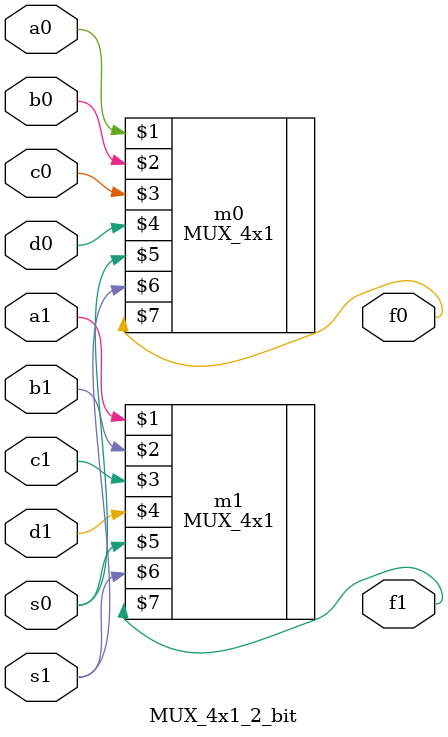
<source format=v>
module MUX_4x1_2_bit (a1, a0, b1, b0, c1, c0, d1, d0, s0, s1, f1, f0);
	
	input a1, a0, b1, b0, c1, c0, d1, d0, s0, s1;
	output f1, f0;
	
	MUX_4x1 m0(a0, b0, c0, d0, s0, s1, f0);
	MUX_4x1 m1(a1, b1, c1, d1, s0, s1, f1);
	
endmodule
</source>
